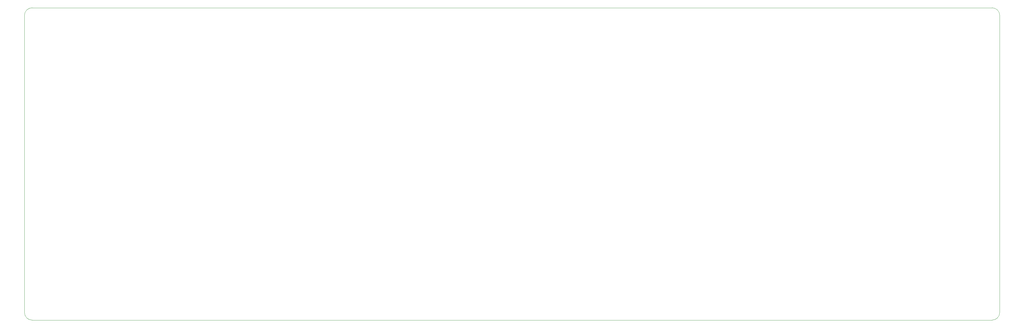
<source format=gm1>
%TF.GenerationSoftware,KiCad,Pcbnew,(5.1.10)-1*%
%TF.CreationDate,2021-09-30T15:06:51-04:00*%
%TF.ProjectId,keyboard,6b657962-6f61-4726-942e-6b696361645f,rev?*%
%TF.SameCoordinates,Original*%
%TF.FileFunction,Profile,NP*%
%FSLAX46Y46*%
G04 Gerber Fmt 4.6, Leading zero omitted, Abs format (unit mm)*
G04 Created by KiCad (PCBNEW (5.1.10)-1) date 2021-09-30 15:06:51*
%MOMM*%
%LPD*%
G01*
G04 APERTURE LIST*
%TA.AperFunction,Profile*%
%ADD10C,0.050000*%
%TD*%
G04 APERTURE END LIST*
D10*
X363735636Y-154185808D02*
G75*
G02*
X361354384Y-156567060I-2381252J0D01*
G01*
X61317136Y-156567056D02*
X361354384Y-156567056D01*
X61317136Y-156567060D02*
G75*
G02*
X58935884Y-154185808I0J2381252D01*
G01*
X363735632Y-154185808D02*
X363735632Y-61317136D01*
X58935888Y-61317136D02*
X58935888Y-154185808D01*
X361354384Y-58935884D02*
X61317136Y-58935888D01*
X361354384Y-58935884D02*
G75*
G02*
X363735636Y-61317136I0J-2381252D01*
G01*
X58935888Y-61317136D02*
G75*
G02*
X61317140Y-58935884I2381252J0D01*
G01*
M02*

</source>
